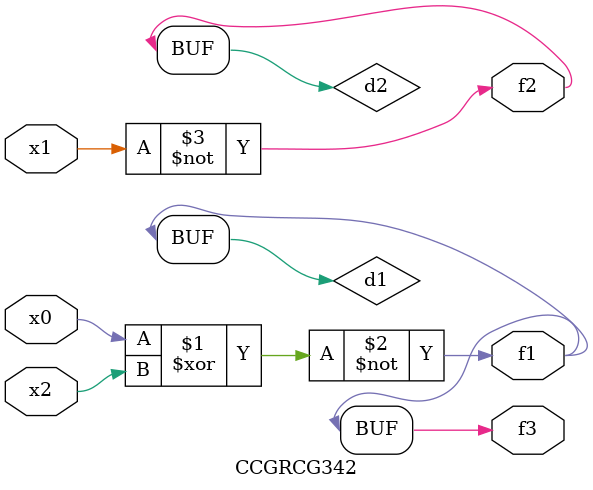
<source format=v>
module CCGRCG342(
	input x0, x1, x2,
	output f1, f2, f3
);

	wire d1, d2, d3;

	xnor (d1, x0, x2);
	nand (d2, x1);
	nor (d3, x1, x2);
	assign f1 = d1;
	assign f2 = d2;
	assign f3 = d1;
endmodule

</source>
